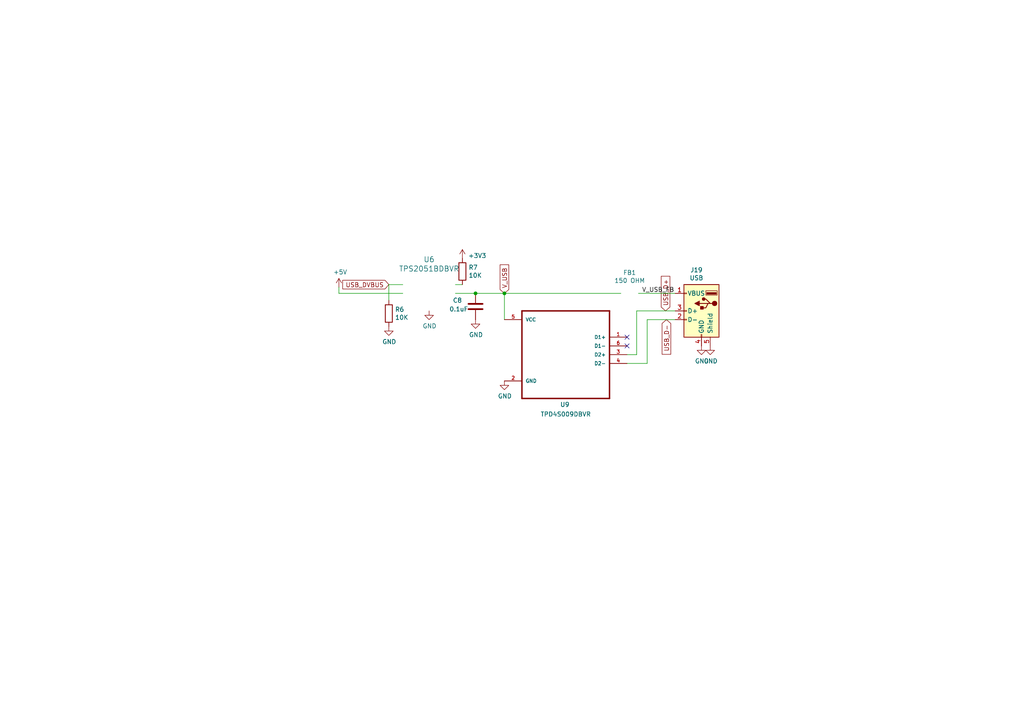
<source format=kicad_sch>
(kicad_sch (version 20211123) (generator eeschema)
  (paper "A4")
  (title_block (date "2020-08-11") (rev "v2"))
  (lib_symbols
    (symbol "Device:C" (pin_numbers hide) (pin_names (offset 0.254))
      (property "Reference" "C" (at 0.635 2.54 0))
      (property "Value" "C" (at 0.635 -2.54 0))
      (symbol "C_0_1"
        (polyline (pts (xy -2.032 -0.762) (xy 2.032 -0.762)) (stroke (width 0.508)))
        (polyline (pts (xy -2.032 0.762) (xy 2.032 0.762)) (stroke (width 0.508)))
      )
      (symbol "C_1_1"
        (pin passive line (at 0 3.81 270) (length 2.794) (name "~") (number "1"))
        (pin passive line (at 0 -3.81 90) (length 2.794) (name "~") (number "2"))
      )
    )
    (symbol "Device:R" (pin_numbers hide) (pin_names (offset 0))
      (property "Reference" "R" (at 2.032 0 90))
      (property "Value" "R" (at 0 0 90))
      (symbol "R_0_1"
        (rectangle (start -1.016 -2.54) (end 1.016 2.54) (stroke (width 0.254)))
      )
      (symbol "R_1_1"
        (pin passive line (at 0 3.81 270) (length 1.27) (name "~") (number "1"))
        (pin passive line (at 0 -3.81 90) (length 1.27) (name "~") (number "2"))
      )
    )
    (symbol "PB_16-rescue:USB_A-Connector" (pin_names (offset 1.016))
      (property "Reference" "J" (at -5.08 11.43 0))
      (property "Value" "USB_A-Connector" (at -5.08 8.89 0))
      (symbol "USB_A-Connector_0_1"
        (rectangle (start -5.08 -7.62) (end 5.08 7.62) (stroke (width 0.254)) (fill (type background)))
        (circle (center -3.81 2.159) (radius 0.635) (stroke (width 0.254)) (fill (type outline)))
        (rectangle (start -1.524 4.826) (end -4.318 5.334) (fill (type outline)))
        (rectangle (start -1.27 4.572) (end -4.572 5.842))
        (circle (center -0.635 3.429) (radius 0.381) (stroke (width 0.254)) (fill (type outline)))
        (rectangle (start -0.127 -7.62) (end 0.127 -6.858))
        (polyline (pts (xy -3.175 2.159) (xy -2.54 2.159) (xy -1.27 3.429) (xy -0.635 3.429)) (stroke (width 0.254)))
        (polyline (pts (xy -2.54 2.159) (xy -1.905 2.159) (xy -1.27 0.889) (xy 0 0.889)) (stroke (width 0.254)))
        (polyline (pts (xy 0.635 2.794) (xy 0.635 1.524) (xy 1.905 2.159) (xy 0.635 2.794)) (stroke (width 0.254)) (fill (type outline)))
        (rectangle (start 0.254 1.27) (end -0.508 0.508) (stroke (width 0.254)) (fill (type outline)))
        (rectangle (start 5.08 -2.667) (end 4.318 -2.413))
        (rectangle (start 5.08 -0.127) (end 4.318 0.127))
        (rectangle (start 5.08 4.953) (end 4.318 5.207))
      )
      (symbol "USB_A-Connector_1_1"
        (polyline (pts (xy -1.905 2.159) (xy 0.635 2.159)) (stroke (width 0.254)))
        (pin power_in line (at 7.62 5.08 180) (length 2.54) (name "VBUS") (number "1"))
        (pin passive line (at 7.62 -2.54 180) (length 2.54) (name "D-") (number "2"))
        (pin passive line (at 7.62 0 180) (length 2.54) (name "D+") (number "3"))
        (pin power_in line (at 0 -10.16 90) (length 2.54) (name "GND") (number "4"))
        (pin passive line (at -2.54 -10.16 90) (length 2.54) (name "Shield") (number "5"))
      )
    )
    (symbol "TPD4S009DBVR:TPD4S009DBVR" (pin_names (offset 1.016))
      (property "Reference" "U" (at -12.7 13.6906 0))
      (property "Value" "TPD4S009DBVR" (at -12.7 -16.6878 0))
      (symbol "TPD4S009DBVR_0_0"
        (polyline (pts (xy -12.7 -12.7) (xy -12.7 12.7)) (stroke (width 0.4064)))
        (polyline (pts (xy -12.7 12.7) (xy 12.7 12.7)) (stroke (width 0.4064)))
        (polyline (pts (xy 12.7 -12.7) (xy -12.7 -12.7)) (stroke (width 0.4064)))
        (polyline (pts (xy 12.7 12.7) (xy 12.7 -12.7)) (stroke (width 0.4064)))
        (pin input line (at -17.78 5.08 0) (length 5.08) (name "D1+") (number "1"))
        (pin power_in line (at 17.78 -7.62 180) (length 5.08) (name "GND") (number "2"))
        (pin input line (at -17.78 0 0) (length 5.08) (name "D2+") (number "3"))
        (pin input line (at -17.78 -2.54 0) (length 5.08) (name "D2-") (number "4"))
        (pin power_in line (at 17.78 10.16 180) (length 5.08) (name "VCC") (number "5"))
        (pin input line (at -17.78 2.54 0) (length 5.08) (name "D1-") (number "6"))
      )
    )
    (symbol "power:+3.3V" (power) (pin_names (offset 0))
      (property "Value" "+3.3V" (at 0 3.556 0))
      (symbol "+3.3V_0_1"
        (polyline (pts (xy -0.762 1.27) (xy 0 2.54)))
        (polyline (pts (xy 0 0) (xy 0 2.54)))
        (polyline (pts (xy 0 2.54) (xy 0.762 1.27)))
      )
      (symbol "+3.3V_1_1"
        (pin power_in line (at 0 0 90) (length 0) hide (name "+3V3") (number "1"))
      )
    )
    (symbol "power:+5V" (power) (pin_names (offset 0))
      (property "Value" "+5V" (at 0 3.556 0))
      (symbol "+5V_0_1"
        (polyline (pts (xy -0.762 1.27) (xy 0 2.54)))
        (polyline (pts (xy 0 0) (xy 0 2.54)))
        (polyline (pts (xy 0 2.54) (xy 0.762 1.27)))
      )
      (symbol "+5V_1_1"
        (pin power_in line (at 0 0 90) (length 0) hide (name "+5V") (number "1"))
      )
    )
    (symbol "power:GND" (power) (pin_names (offset 0))
      (property "Value" "GND" (at 0 -3.81 0))
      (symbol "GND_0_1"
        (polyline (pts (xy 0 0) (xy 0 -1.27) (xy 1.27 -1.27) (xy 0 -2.54) (xy -1.27 -1.27) (xy 0 -1.27)))
      )
      (symbol "GND_1_1"
        (pin power_in line (at 0 0 270) (length 0) hide (name "GND") (number "1"))
      )
    )
  )
  (junction (at 146.304 85.09))
  (junction (at 137.922 85.09))
  (no_connect (at 181.864 97.79))
  (no_connect (at 181.864 100.33))
  (wire (pts (xy 137.922 85.09) (xy 132.08 85.09)))
  (wire (pts (xy 184.658 90.17) (xy 184.658 102.87)))
  (wire (pts (xy 98.298 83.312) (xy 98.298 85.09)))
  (wire (pts (xy 187.706 92.71) (xy 187.706 105.41)))
  (wire (pts (xy 116.84 82.55) (xy 112.776 82.55)))
  (wire (pts (xy 181.864 105.41) (xy 187.706 105.41)))
  (wire (pts (xy 112.776 82.55) (xy 112.776 87.122)))
  (wire (pts (xy 137.922 85.09) (xy 146.304 85.09)))
  (wire (pts (xy 116.84 85.09) (xy 98.298 85.09)))
  (wire (pts (xy 184.658 90.17) (xy 195.834 90.17)))
  (wire (pts (xy 195.834 85.09) (xy 185.166 85.09)))
  (wire (pts (xy 146.304 92.71) (xy 146.304 85.09)))
  (wire (pts (xy 146.304 85.09) (xy 180.086 85.09)))
  (wire (pts (xy 195.834 92.71) (xy 187.706 92.71)))
  (wire (pts (xy 184.658 102.87) (xy 181.864 102.87)))
  (wire (pts (xy 132.08 82.55) (xy 134.112 82.55)))
  (label "V_USB_FB" (at 186.182 85.09 0))
  (global_label "USB_D+" (shape input) (at 193.04 90.17 90) (property "Intersheet References" "${INTERSHEET_REFS}" (effects hide)))
  (global_label "USB_D-" (shape input) (at 193.294 92.71 270) (property "Intersheet References" "${INTERSHEET_REFS}" (effects hide)))
  (global_label "USB_DVBUS" (shape input) (at 112.776 82.55 180) (property "Intersheet References" "${INTERSHEET_REFS}" (effects hide)))
  (global_label "V_USB" (shape input) (at 146.304 85.09 90) (property "Intersheet References" "${INTERSHEET_REFS}" (effects hide)))
  (symbol (lib_id "PB_16-rescue:TPS2051BDBVR-dk_PMIC-Power-Distribution-Switches-Load-Drivers") (at 124.46 82.55 0) (unit 1)
    (property "Reference" "U6" (at 124.46 75.2602 0) (effects (font (size 1.524 1.524))))
    (property "Value" "TPS2051BDBVR" (at 124.46 77.9526 0) (effects (font (size 1.524 1.524))))
    (property "Footprint" "digikey-footprints:SOT-753" (effects hide))
    (property "Datasheet" "http://www.ti.com/general/docs/suppproductinfo.tsp?distId=10&gotoUrl=http%3A%2F%2Fwww.ti.com%2Flit%2Fgpn%2Ftps2051b" (effects hide))
    (property "MPN" "TPS2051BDBVR" (effects hide))
    (property "Category" "Integrated Circuits (ICs)" (effects hide))
    (property "Family" "PMIC - Power Distribution Switches, Load Drivers" (effects hide))
    (property "DK_Datasheet_Link" "http://www.ti.com/general/docs/suppproductinfo.tsp?distId=10&gotoUrl=http%3A%2F%2Fwww.ti.com%2Flit%2Fgpn%2Ftps2051b" (effects hide))
    (property "DK_Detail_Page" "/product-detail/en/texas-instruments/TPS2051BDBVR/296-21265-1-ND/1219985" (effects hide))
    (property "Description" "IC PWR DIST SWITCH SNGL SOT23-5" (effects hide))
    (property "Manufacturer" "Texas Instruments" (effects hide))
    (property "Status" "Active" (effects hide))
    (property "Digi-Key_PN" "296-21265-1-ND" (effects hide))
    (property "LCSC" "C51386" (effects hide))
  )
  (symbol (lib_id "Device:C") (at 137.922 88.9 0) (unit 1)
    (property "Reference" "C8" (at 131.318 87.122 0) (effects (justify left)))
    (property "Value" "0.1uF" (at 130.302 89.662 0) (effects (justify left)))
    (property "Footprint" "Capacitor_SMD:C_0805_2012Metric_Pad1.15x1.40mm_HandSolder" (effects hide))
    (property "Digi-Key_PN" "1276-1007-1-ND" (effects hide))
    (property "MPN" "CL21F104ZBCNNNC" (effects hide))
    (property "LCSC" "C49678" (effects hide))
  )
  (symbol (lib_id "power:GND") (at 137.922 92.71 0) (unit 1)
    (property "Reference" "#PWR0118" (effects hide))
    (property "Value" "GND" (at 138.049 97.1042 0))
  )
  (symbol (lib_id "power:+5V") (at 98.298 83.312 0) (unit 1)
    (property "Reference" "#PWR0119" (effects hide))
    (property "Value" "+5V" (at 98.679 78.9178 0))
  )
  (symbol (lib_id "PB_16-rescue:USB_A-Connector") (at 203.454 90.17 0) (mirror y) (unit 1)
    (property "Reference" "J19" (at 202.0062 78.3082 0))
    (property "Value" "USB" (at 202.0062 80.6196 0))
    (property "Footprint" "Connector_USB:USB_A_Molex_105057_Vertical" (effects hide))
    (property "Datasheet" " ~" (effects hide))
    (property "Digi-Key_PN" "WM8672-ND" (effects hide))
    (property "MPN" "1050570001" (effects hide))
  )
  (symbol (lib_id "PB_16-rescue:Ferrite_Bead_Small-Device") (at 182.626 85.09 270) (unit 1)
    (property "Reference" "FB1" (at 182.626 79.0702 90))
    (property "Value" "150 OHM" (at 182.626 81.3816 90))
    (property "Footprint" "Inductor_SMD:L_0805_2012Metric_Pad1.15x1.40mm_HandSolder" (effects hide))
    (property "Digi-Key_PN" "MU2029-151YCT-ND" (effects hide))
    (property "MPN" "MU2029-151Y" (effects hide))
    (property "LCSC" "C1015" (effects hide))
  )
  (symbol (lib_id "Device:R") (at 134.112 78.74 0) (unit 1)
    (property "Reference" "R7" (at 135.89 77.5716 0) (effects (justify left)))
    (property "Value" "10K" (at 135.89 79.883 0) (effects (justify left)))
    (property "Footprint" "Resistor_SMD:R_0805_2012Metric_Pad1.15x1.40mm_HandSolder" (effects hide))
    (property "Digi-Key_PN" "RNCP0805FTD10K0CT-ND" (effects hide))
    (property "MPN" "RNCP0805FTD10K0" (effects hide))
    (property "LCSC" "C17414" (effects hide))
  )
  (symbol (lib_id "Device:R") (at 112.776 90.932 0) (unit 1)
    (property "Reference" "R6" (at 114.554 89.7636 0) (effects (justify left)))
    (property "Value" "10K" (at 114.554 92.075 0) (effects (justify left)))
    (property "Footprint" "Resistor_SMD:R_0805_2012Metric_Pad1.15x1.40mm_HandSolder" (effects hide))
    (property "Digi-Key_PN" "RNCP0805FTD10K0CT-ND" (effects hide))
    (property "MPN" "RNCP0805FTD10K0" (effects hide))
    (property "LCSC" "C17414" (effects hide))
  )
  (symbol (lib_id "power:GND") (at 205.994 100.33 0) (unit 1)
    (property "Reference" "#PWR0120" (effects hide))
    (property "Value" "GND" (at 206.121 104.7242 0))
  )
  (symbol (lib_id "power:GND") (at 203.454 100.33 0) (unit 1)
    (property "Reference" "#PWR0122" (effects hide))
    (property "Value" "GND" (at 203.581 104.7242 0))
  )
  (symbol (lib_id "power:GND") (at 112.776 94.742 0) (unit 1)
    (property "Reference" "#PWR0123" (effects hide))
    (property "Value" "GND" (at 112.903 99.1362 0))
  )
  (symbol (lib_id "power:GND") (at 124.46 90.17 0) (unit 1)
    (property "Reference" "#PWR0124" (effects hide))
    (property "Value" "GND" (at 124.587 94.5642 0))
  )
  (symbol (lib_id "power:GND") (at 146.304 110.49 0) (unit 1)
    (property "Reference" "#PWR0125" (effects hide))
    (property "Value" "GND" (at 146.431 114.8842 0))
  )
  (symbol (lib_id "power:+3.3V") (at 134.112 74.93 0) (unit 1)
    (property "Reference" "#PWR0126" (effects hide))
    (property "Value" "+3.3V" (at 138.43 74.168 0))
  )
  (symbol (lib_id "TPD4S009DBVR:TPD4S009DBVR") (at 164.084 102.87 0) (mirror y) (unit 1)
    (property "Reference" "U9" (at 163.83 117.348 0))
    (property "Value" "TPD4S009DBVR" (at 164.084 120.142 0))
    (property "Footprint" "Package_TO_SOT_SMD:SOT-23-6_Handsoldering" (effects hide))
    (property "Digi-Key_PN" "296-23749-1-ND" (effects hide))
    (property "LCSC" "C88032" (effects hide))
    (property "MPN" "TPD4S009DBVR" (effects hide))
  )
)
</source>
